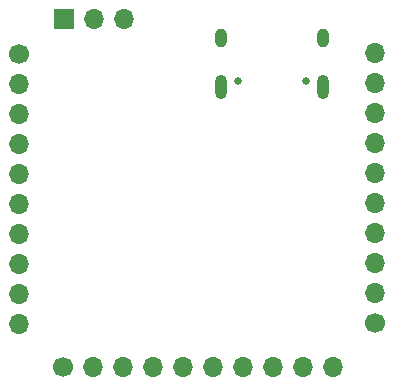
<source format=gbr>
%TF.GenerationSoftware,KiCad,Pcbnew,(6.0.0)*%
%TF.CreationDate,2022-07-10T02:32:02-04:00*%
%TF.ProjectId,EyesOfTomorrow,45796573-4f66-4546-9f6d-6f72726f772e,rev?*%
%TF.SameCoordinates,Original*%
%TF.FileFunction,Soldermask,Bot*%
%TF.FilePolarity,Negative*%
%FSLAX46Y46*%
G04 Gerber Fmt 4.6, Leading zero omitted, Abs format (unit mm)*
G04 Created by KiCad (PCBNEW (6.0.0)) date 2022-07-10 02:32:02*
%MOMM*%
%LPD*%
G01*
G04 APERTURE LIST*
%ADD10C,0.650000*%
%ADD11O,1.000000X1.600000*%
%ADD12O,1.000000X2.100000*%
%ADD13C,1.700000*%
%ADD14O,1.700000X1.700000*%
%ADD15R,1.700000X1.700000*%
G04 APERTURE END LIST*
D10*
%TO.C,J0*%
X122522500Y-72630489D03*
X128302500Y-72630489D03*
D11*
X121092500Y-68980489D03*
X129732500Y-68980489D03*
D12*
X129732500Y-73160489D03*
X121092500Y-73160489D03*
%TD*%
D13*
%TO.C,J3*%
X134137400Y-93141800D03*
D14*
X134137400Y-90601800D03*
X134137400Y-88061800D03*
X134137400Y-85521800D03*
X134137400Y-82981800D03*
X134137400Y-80441800D03*
X134137400Y-77901800D03*
X134137400Y-75361800D03*
X134137400Y-72821800D03*
X134137400Y-70281800D03*
%TD*%
D13*
%TO.C,J1*%
X104006250Y-70356250D03*
D14*
X104006250Y-72896250D03*
X104006250Y-75436250D03*
X104006250Y-77976250D03*
X104006250Y-80516250D03*
X104006250Y-83056250D03*
X104006250Y-85596250D03*
X104006250Y-88136250D03*
X104006250Y-90676250D03*
X104006250Y-93216250D03*
%TD*%
D15*
%TO.C,J4*%
X107806250Y-67443750D03*
D14*
X110346250Y-67443750D03*
X112886250Y-67443750D03*
%TD*%
D13*
%TO.C,J2*%
X107662500Y-96850200D03*
D14*
X110202500Y-96850200D03*
X112742500Y-96850200D03*
X115282500Y-96850200D03*
X117822500Y-96850200D03*
X120362500Y-96850200D03*
X122902500Y-96850200D03*
X125442500Y-96850200D03*
X127982500Y-96850200D03*
X130522500Y-96850200D03*
%TD*%
M02*

</source>
